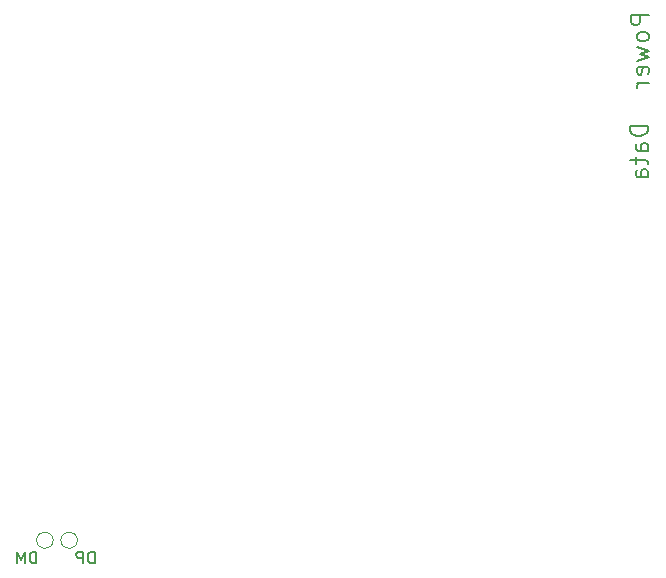
<source format=gbr>
G04 #@! TF.GenerationSoftware,KiCad,Pcbnew,6.0.5-a6ca702e91~116~ubuntu20.04.1*
G04 #@! TF.CreationDate,2022-05-16T06:16:43+02:00*
G04 #@! TF.ProjectId,mainboard,6d61696e-626f-4617-9264-2e6b69636164,rev?*
G04 #@! TF.SameCoordinates,Original*
G04 #@! TF.FileFunction,Legend,Bot*
G04 #@! TF.FilePolarity,Positive*
%FSLAX46Y46*%
G04 Gerber Fmt 4.6, Leading zero omitted, Abs format (unit mm)*
G04 Created by KiCad (PCBNEW 6.0.5-a6ca702e91~116~ubuntu20.04.1) date 2022-05-16 06:16:43*
%MOMM*%
%LPD*%
G01*
G04 APERTURE LIST*
%ADD10C,0.200000*%
%ADD11C,0.150000*%
%ADD12C,0.120000*%
G04 APERTURE END LIST*
D10*
X218238571Y-80935714D02*
X216738571Y-80935714D01*
X216738571Y-81507142D01*
X216810000Y-81650000D01*
X216881428Y-81721428D01*
X217024285Y-81792857D01*
X217238571Y-81792857D01*
X217381428Y-81721428D01*
X217452857Y-81650000D01*
X217524285Y-81507142D01*
X217524285Y-80935714D01*
X218238571Y-82650000D02*
X218167142Y-82507142D01*
X218095714Y-82435714D01*
X217952857Y-82364285D01*
X217524285Y-82364285D01*
X217381428Y-82435714D01*
X217310000Y-82507142D01*
X217238571Y-82650000D01*
X217238571Y-82864285D01*
X217310000Y-83007142D01*
X217381428Y-83078571D01*
X217524285Y-83150000D01*
X217952857Y-83150000D01*
X218095714Y-83078571D01*
X218167142Y-83007142D01*
X218238571Y-82864285D01*
X218238571Y-82650000D01*
X217238571Y-83650000D02*
X218238571Y-83935714D01*
X217524285Y-84221428D01*
X218238571Y-84507142D01*
X217238571Y-84792857D01*
X218167142Y-85935714D02*
X218238571Y-85792857D01*
X218238571Y-85507142D01*
X218167142Y-85364285D01*
X218024285Y-85292857D01*
X217452857Y-85292857D01*
X217310000Y-85364285D01*
X217238571Y-85507142D01*
X217238571Y-85792857D01*
X217310000Y-85935714D01*
X217452857Y-86007142D01*
X217595714Y-86007142D01*
X217738571Y-85292857D01*
X218238571Y-86650000D02*
X217238571Y-86650000D01*
X217524285Y-86650000D02*
X217381428Y-86721428D01*
X217310000Y-86792857D01*
X217238571Y-86935714D01*
X217238571Y-87078571D01*
X218138571Y-90321428D02*
X216638571Y-90321428D01*
X216638571Y-90678571D01*
X216710000Y-90892857D01*
X216852857Y-91035714D01*
X216995714Y-91107142D01*
X217281428Y-91178571D01*
X217495714Y-91178571D01*
X217781428Y-91107142D01*
X217924285Y-91035714D01*
X218067142Y-90892857D01*
X218138571Y-90678571D01*
X218138571Y-90321428D01*
X218138571Y-92464285D02*
X217352857Y-92464285D01*
X217210000Y-92392857D01*
X217138571Y-92250000D01*
X217138571Y-91964285D01*
X217210000Y-91821428D01*
X218067142Y-92464285D02*
X218138571Y-92321428D01*
X218138571Y-91964285D01*
X218067142Y-91821428D01*
X217924285Y-91750000D01*
X217781428Y-91750000D01*
X217638571Y-91821428D01*
X217567142Y-91964285D01*
X217567142Y-92321428D01*
X217495714Y-92464285D01*
X217138571Y-92964285D02*
X217138571Y-93535714D01*
X216638571Y-93178571D02*
X217924285Y-93178571D01*
X218067142Y-93250000D01*
X218138571Y-93392857D01*
X218138571Y-93535714D01*
X218138571Y-94678571D02*
X217352857Y-94678571D01*
X217210000Y-94607142D01*
X217138571Y-94464285D01*
X217138571Y-94178571D01*
X217210000Y-94035714D01*
X218067142Y-94678571D02*
X218138571Y-94535714D01*
X218138571Y-94178571D01*
X218067142Y-94035714D01*
X217924285Y-93964285D01*
X217781428Y-93964285D01*
X217638571Y-94035714D01*
X217567142Y-94178571D01*
X217567142Y-94535714D01*
X217495714Y-94678571D01*
D11*
X166393333Y-127352380D02*
X166393333Y-126352380D01*
X166155238Y-126352380D01*
X166012380Y-126400000D01*
X165917142Y-126495238D01*
X165869523Y-126590476D01*
X165821904Y-126780952D01*
X165821904Y-126923809D01*
X165869523Y-127114285D01*
X165917142Y-127209523D01*
X166012380Y-127304761D01*
X166155238Y-127352380D01*
X166393333Y-127352380D01*
X165393333Y-127352380D02*
X165393333Y-126352380D01*
X165060000Y-127066666D01*
X164726666Y-126352380D01*
X164726666Y-127352380D01*
X171321904Y-127352380D02*
X171321904Y-126352380D01*
X171083809Y-126352380D01*
X170940952Y-126400000D01*
X170845714Y-126495238D01*
X170798095Y-126590476D01*
X170750476Y-126780952D01*
X170750476Y-126923809D01*
X170798095Y-127114285D01*
X170845714Y-127209523D01*
X170940952Y-127304761D01*
X171083809Y-127352380D01*
X171321904Y-127352380D01*
X170321904Y-127352380D02*
X170321904Y-126352380D01*
X169940952Y-126352380D01*
X169845714Y-126400000D01*
X169798095Y-126447619D01*
X169750476Y-126542857D01*
X169750476Y-126685714D01*
X169798095Y-126780952D01*
X169845714Y-126828571D01*
X169940952Y-126876190D01*
X170321904Y-126876190D01*
D12*
X167810000Y-125400000D02*
G75*
G03*
X167810000Y-125400000I-700000J0D01*
G01*
X169860000Y-125400000D02*
G75*
G03*
X169860000Y-125400000I-700000J0D01*
G01*
M02*

</source>
